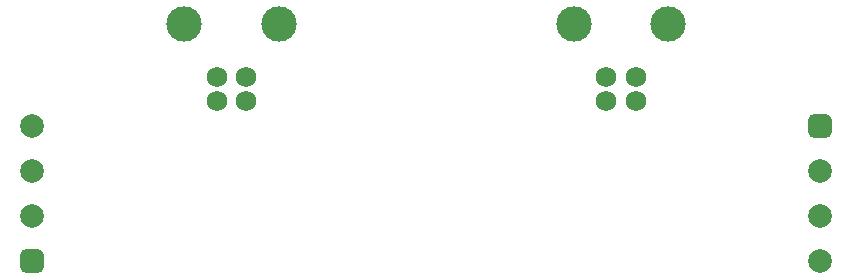
<source format=gbr>
%TF.GenerationSoftware,KiCad,Pcbnew,(6.0.10)*%
%TF.CreationDate,2023-01-23T16:27:41+00:00*%
%TF.ProjectId,USB,5553422e-6b69-4636-9164-5f7063625858,rev?*%
%TF.SameCoordinates,Original*%
%TF.FileFunction,Soldermask,Bot*%
%TF.FilePolarity,Negative*%
%FSLAX46Y46*%
G04 Gerber Fmt 4.6, Leading zero omitted, Abs format (unit mm)*
G04 Created by KiCad (PCBNEW (6.0.10)) date 2023-01-23 16:27:41*
%MOMM*%
%LPD*%
G01*
G04 APERTURE LIST*
G04 Aperture macros list*
%AMRoundRect*
0 Rectangle with rounded corners*
0 $1 Rounding radius*
0 $2 $3 $4 $5 $6 $7 $8 $9 X,Y pos of 4 corners*
0 Add a 4 corners polygon primitive as box body*
4,1,4,$2,$3,$4,$5,$6,$7,$8,$9,$2,$3,0*
0 Add four circle primitives for the rounded corners*
1,1,$1+$1,$2,$3*
1,1,$1+$1,$4,$5*
1,1,$1+$1,$6,$7*
1,1,$1+$1,$8,$9*
0 Add four rect primitives between the rounded corners*
20,1,$1+$1,$2,$3,$4,$5,0*
20,1,$1+$1,$4,$5,$6,$7,0*
20,1,$1+$1,$6,$7,$8,$9,0*
20,1,$1+$1,$8,$9,$2,$3,0*%
G04 Aperture macros list end*
%ADD10C,2.000000*%
%ADD11RoundRect,0.500000X-0.500000X0.500000X-0.500000X-0.500000X0.500000X-0.500000X0.500000X0.500000X0*%
%ADD12RoundRect,0.500000X0.500000X-0.500000X0.500000X0.500000X-0.500000X0.500000X-0.500000X-0.500000X0*%
%ADD13C,3.000000*%
%ADD14C,1.750000*%
G04 APERTURE END LIST*
D10*
%TO.C,J4*%
X191870000Y-140875000D03*
X191870000Y-137065000D03*
X191870000Y-133255000D03*
D11*
X191870000Y-129445000D03*
%TD*%
D10*
%TO.C,J3*%
X125200000Y-129445000D03*
X125200000Y-133255000D03*
X125200000Y-137065000D03*
D12*
X125200000Y-140875000D03*
%TD*%
D13*
%TO.C,J1*%
X179070000Y-120855000D03*
X171070000Y-120855000D03*
D14*
X173820000Y-125345000D03*
X176320000Y-125345000D03*
X176320000Y-127345000D03*
X173820000Y-127345000D03*
%TD*%
D13*
%TO.C,J2*%
X138070000Y-120855000D03*
X146070000Y-120855000D03*
D14*
X140820000Y-125345000D03*
X143320000Y-125345000D03*
X143320000Y-127345000D03*
X140820000Y-127345000D03*
%TD*%
M02*

</source>
